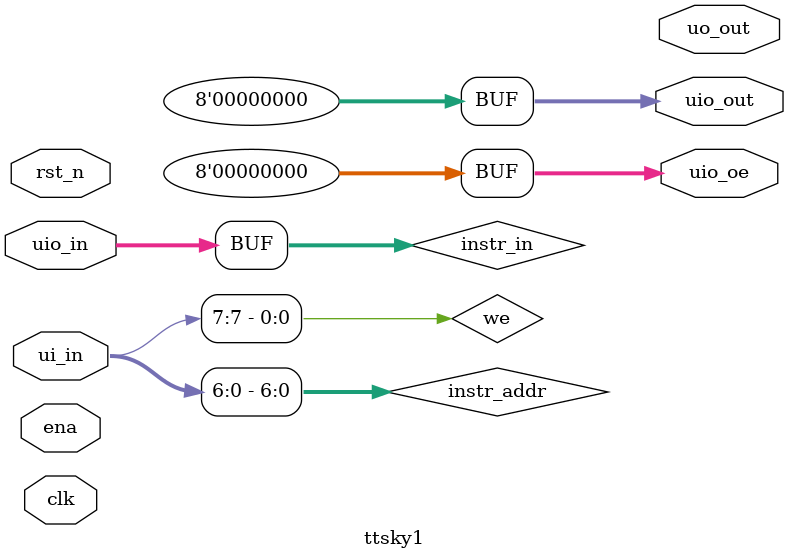
<source format=v>
`default_nettype none
module ttsky1(
    input  wire [7:0] ui_in,
    output wire [7:0] uo_out,
    input  wire [7:0] uio_in,
    output wire [7:0] uio_out,
    output wire [7:0] uio_oe,
    input  wire   ena,
    input  wire   clk,
    input  wire   rst_n  
    
);
//we , instr
    wire [6:0] instr_addr = ui_in[6:0];    
    wire [7:0] instr_in = uio_in[7:0];        // Instruction input (8-bit opcode + 8-bit operand) in 2 PCs or 2 cycles like 8085
    reg [7:0] AC,DR;
    reg [31:0] PC;
    wire we = ui_in[7];
    assign uio_oe = 8'h00;
    assign uio_out = 8'h00;
    reg [7:0] instruction_mem [0:31];
    reg [1:0] state;
    reg [7:0] opcode;
    reg [7:0] operand;

    parameter FETCH = 2'b00, DECODE = 2'b01, EXECUTE = 2'b10, HALT = 2'b11;

    always @(posedge clk or posedge rst_n) begin
        if (rst_n) begin
            PC <= 0;
            AC <= 0;
            DR <= 0;
            state <= FETCH;
            opcode <= 0;
            operand <= 0;
        end else begin
            if (we) begin
                instruction_mem[instr_addr] <= instr_in;
            end else begin
                case (state)
                    FETCH: begin
                        opcode <= instruction_mem[PC]; // opcode get
                        PC <= PC + 1;
                        state <= DECODE;
                    end

                    DECODE: begin
                        operand <= instruction_mem[PC];  // operand get
                        PC <= PC + 1;
                        state <= EXECUTE;
                    end

                    EXECUTE: begin
                        case (opcode)
                            8'h01: AC <= operand;         // LOAD
                            8'h02: AC <= AC + operand;    // ADD
                            8'h03: AC <= AC - operand;    // SUB
                            8'h04: AC <= AC & operand;    // AND
                            8'h05: AC <= AC | operand;    // OR
                            8'h06: AC <= AC ^ operand;    // XOR
                            8'h07: AC <= ~AC;             // NOT
                            8'h08: AC <= AC << 1;         // SHL
                            8'h09: AC <= AC >> 1;         // SHR
                            8'h0A: state <= HALT;         // HALT
                            default: state <= HALT;
                        endcase
                        if (opcode != 8'h0A)
                            state <= FETCH;
                    end

                    HALT: begin
                        state <= HALT;
                    end
                endcase
            end
        end
    end
endmodule

</source>
